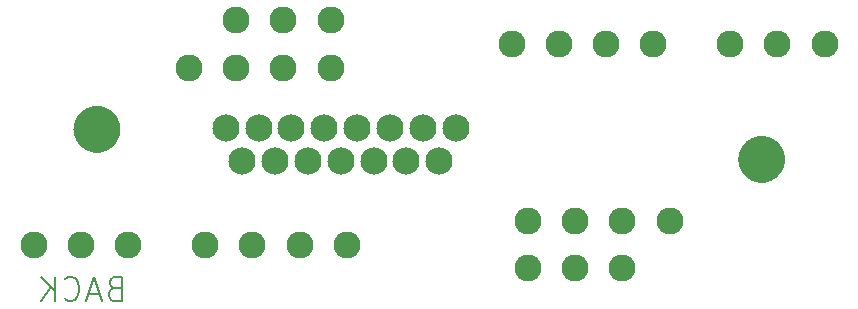
<source format=gbs>
G04 #@! TF.GenerationSoftware,KiCad,Pcbnew,(5.1.8-0-10_14)*
G04 #@! TF.CreationDate,2021-05-21T15:45:23-04:00*
G04 #@! TF.ProjectId,TwinFamicom_Expansion,5477696e-4661-46d6-9963-6f6d5f457870,rev?*
G04 #@! TF.SameCoordinates,Original*
G04 #@! TF.FileFunction,Soldermask,Bot*
G04 #@! TF.FilePolarity,Negative*
%FSLAX46Y46*%
G04 Gerber Fmt 4.6, Leading zero omitted, Abs format (unit mm)*
G04 Created by KiCad (PCBNEW (5.1.8-0-10_14)) date 2021-05-21 15:45:23*
%MOMM*%
%LPD*%
G01*
G04 APERTURE LIST*
%ADD10C,4.000000*%
%ADD11C,0.150000*%
%ADD12C,2.301600*%
%ADD13C,2.281600*%
G04 APERTURE END LIST*
D10*
X129190143Y-94675960D02*
G75*
G03*
X129190143Y-94675960I-663J0D01*
G01*
X185467046Y-97215756D02*
G75*
G03*
X185467046Y-97215756I-663J0D01*
G01*
D11*
X130651545Y-108134802D02*
X130365831Y-108230040D01*
X130270593Y-108325279D01*
X130175355Y-108515755D01*
X130175355Y-108801469D01*
X130270593Y-108991945D01*
X130365831Y-109087183D01*
X130556307Y-109182421D01*
X131318212Y-109182421D01*
X131318212Y-107182421D01*
X130651545Y-107182421D01*
X130461069Y-107277660D01*
X130365831Y-107372898D01*
X130270593Y-107563374D01*
X130270593Y-107753850D01*
X130365831Y-107944326D01*
X130461069Y-108039564D01*
X130651545Y-108134802D01*
X131318212Y-108134802D01*
X129413450Y-108610993D02*
X128461069Y-108610993D01*
X129603926Y-109182421D02*
X128937260Y-107182421D01*
X128270593Y-109182421D01*
X126461069Y-108991945D02*
X126556307Y-109087183D01*
X126842021Y-109182421D01*
X127032498Y-109182421D01*
X127318212Y-109087183D01*
X127508688Y-108896707D01*
X127603926Y-108706231D01*
X127699164Y-108325279D01*
X127699164Y-108039564D01*
X127603926Y-107658612D01*
X127508688Y-107468136D01*
X127318212Y-107277660D01*
X127032498Y-107182421D01*
X126842021Y-107182421D01*
X126556307Y-107277660D01*
X126461069Y-107372898D01*
X125603926Y-109182421D02*
X125603926Y-107182421D01*
X124461069Y-109182421D02*
X125318212Y-108039564D01*
X124461069Y-107182421D02*
X125603926Y-108325279D01*
D10*
X129190143Y-94675960D02*
G75*
G03*
X129190143Y-94675960I-663J0D01*
G01*
X185467046Y-97215756D02*
G75*
G03*
X185467046Y-97215756I-663J0D01*
G01*
D11*
X130651545Y-108134802D02*
X130365831Y-108230040D01*
X130270593Y-108325279D01*
X130175355Y-108515755D01*
X130175355Y-108801469D01*
X130270593Y-108991945D01*
X130365831Y-109087183D01*
X130556307Y-109182421D01*
X131318212Y-109182421D01*
X131318212Y-107182421D01*
X130651545Y-107182421D01*
X130461069Y-107277660D01*
X130365831Y-107372898D01*
X130270593Y-107563374D01*
X130270593Y-107753850D01*
X130365831Y-107944326D01*
X130461069Y-108039564D01*
X130651545Y-108134802D01*
X131318212Y-108134802D01*
X129413450Y-108610993D02*
X128461069Y-108610993D01*
X129603926Y-109182421D02*
X128937260Y-107182421D01*
X128270593Y-109182421D01*
X126461069Y-108991945D02*
X126556307Y-109087183D01*
X126842021Y-109182421D01*
X127032498Y-109182421D01*
X127318212Y-109087183D01*
X127508688Y-108896707D01*
X127603926Y-108706231D01*
X127699164Y-108325279D01*
X127699164Y-108039564D01*
X127603926Y-107658612D01*
X127508688Y-107468136D01*
X127318212Y-107277660D01*
X127032498Y-107182421D01*
X126842021Y-107182421D01*
X126556307Y-107277660D01*
X126461069Y-107372898D01*
X125603926Y-109182421D02*
X125603926Y-107182421D01*
X124461069Y-109182421D02*
X125318212Y-108039564D01*
X124461069Y-107182421D02*
X125603926Y-108325279D01*
D12*
X140093700Y-94541340D03*
X142873700Y-94541340D03*
X145653700Y-94541340D03*
X148433700Y-94541340D03*
X151213700Y-94541340D03*
X153993700Y-94541340D03*
X156773700Y-94541340D03*
X159553700Y-94541340D03*
X158163700Y-97321340D03*
X155383700Y-97321340D03*
X152603700Y-97321340D03*
X149823700Y-97321340D03*
X147043700Y-97321340D03*
X144263700Y-97321340D03*
X141483700Y-97321340D03*
D13*
X140976700Y-85439340D03*
X144976700Y-85439340D03*
X148976700Y-85439340D03*
X148976700Y-89439340D03*
X144976700Y-89439340D03*
X140976700Y-89439340D03*
X136976700Y-89439340D03*
X177676700Y-102439340D03*
X173676700Y-102439340D03*
X169676700Y-102439340D03*
X165676700Y-102439340D03*
X165676700Y-106439340D03*
X169676700Y-106439340D03*
X173676700Y-106439340D03*
X164301700Y-87439340D03*
X168301700Y-87439340D03*
X172301700Y-87439340D03*
X176301700Y-87439340D03*
X182801700Y-87439340D03*
X186801700Y-87439340D03*
X190801700Y-87439340D03*
X123851700Y-104439340D03*
X127851700Y-104439340D03*
X131851700Y-104439340D03*
X138351700Y-104439340D03*
X142351700Y-104439340D03*
X146351700Y-104439340D03*
X150351700Y-104439340D03*
M02*

</source>
